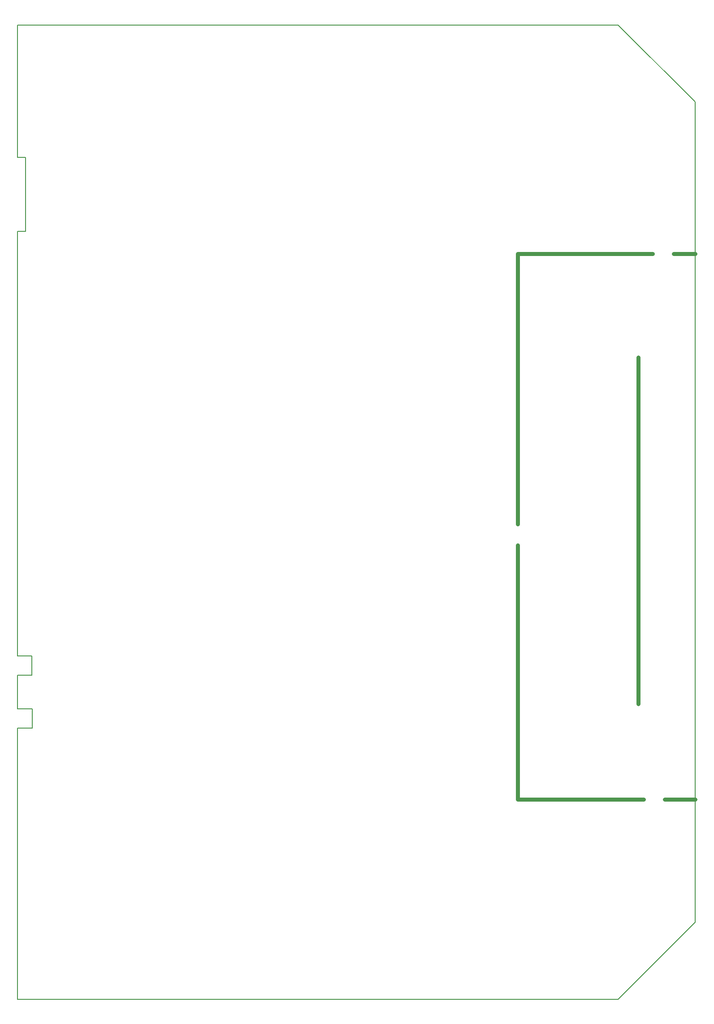
<source format=gbr>
G04 #@! TF.GenerationSoftware,KiCad,Pcbnew,(5.1.0)-1*
G04 #@! TF.CreationDate,2019-10-08T13:20:11+02:00*
G04 #@! TF.ProjectId,cosmicpi_1.7,636f736d-6963-4706-995f-312e372e6b69,rev?*
G04 #@! TF.SameCoordinates,Original*
G04 #@! TF.FileFunction,Profile,NP*
%FSLAX46Y46*%
G04 Gerber Fmt 4.6, Leading zero omitted, Abs format (unit mm)*
G04 Created by KiCad (PCBNEW (5.1.0)-1) date 2019-10-08 13:20:11*
%MOMM*%
%LPD*%
G04 APERTURE LIST*
%ADD10C,0.150000*%
%ADD11C,0.800000*%
G04 APERTURE END LIST*
D10*
X16500000Y-150800000D02*
X16500000Y-202000000D01*
X19300000Y-147200000D02*
X19300000Y-150800000D01*
X19300000Y-150800000D02*
X16500000Y-150800000D01*
X16500000Y-147200000D02*
X19300000Y-147200000D01*
X19200000Y-140800000D02*
X16500000Y-140800000D01*
X19200000Y-137200000D02*
X19200000Y-140800000D01*
X16500000Y-137200000D02*
X19200000Y-137200000D01*
X16500000Y-140800000D02*
X16500000Y-147200000D01*
X16500000Y-137200000D02*
X16500000Y-137200000D01*
X144500000Y-187500000D02*
X130000000Y-202000000D01*
X144500000Y-32500000D02*
X130000000Y-18000000D01*
X18000000Y-57000000D02*
X16500000Y-57000000D01*
X16500000Y-57000000D02*
X16500000Y-137200000D01*
X18000000Y-43000000D02*
X16500000Y-43000000D01*
X18000000Y-43000000D02*
X18000000Y-57000000D01*
D11*
X120500000Y-164250000D02*
X134800000Y-164250000D01*
X122000000Y-61250000D02*
X136500000Y-61250000D01*
X111000000Y-133250000D02*
X111000000Y-158250000D01*
X111000000Y-68250000D02*
X111000000Y-88500000D01*
X144500000Y-61250000D02*
X140500000Y-61250000D01*
X111000000Y-112250000D02*
X111000000Y-88500000D01*
X111000000Y-133250000D02*
X111000000Y-116250000D01*
X111000000Y-61250000D02*
X111000000Y-68250000D01*
X111000000Y-164250000D02*
X111000000Y-158250000D01*
X111000000Y-61250000D02*
X122000000Y-61250000D01*
X111000000Y-164250000D02*
X120500000Y-164250000D01*
X144500000Y-164250000D02*
X138750000Y-164250000D01*
X133750000Y-146250000D02*
X133750000Y-80750000D01*
D10*
X130000000Y-18000000D02*
X16500000Y-18000000D01*
X144500000Y-187500000D02*
X144500000Y-32500000D01*
X16500000Y-202000000D02*
X130000000Y-202000000D01*
X16500000Y-18000000D02*
X16500000Y-43000000D01*
M02*

</source>
